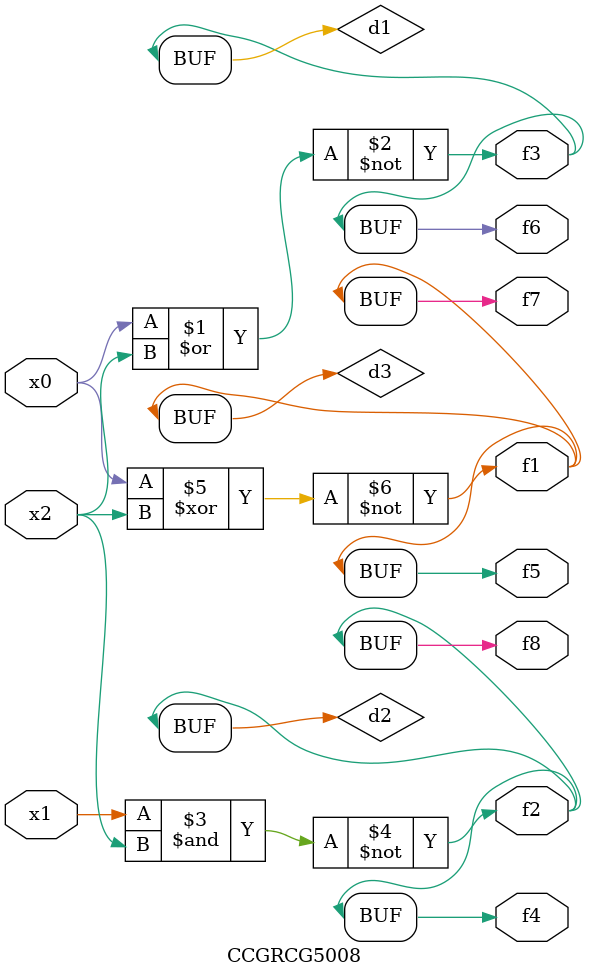
<source format=v>
module CCGRCG5008(
	input x0, x1, x2,
	output f1, f2, f3, f4, f5, f6, f7, f8
);

	wire d1, d2, d3;

	nor (d1, x0, x2);
	nand (d2, x1, x2);
	xnor (d3, x0, x2);
	assign f1 = d3;
	assign f2 = d2;
	assign f3 = d1;
	assign f4 = d2;
	assign f5 = d3;
	assign f6 = d1;
	assign f7 = d3;
	assign f8 = d2;
endmodule

</source>
